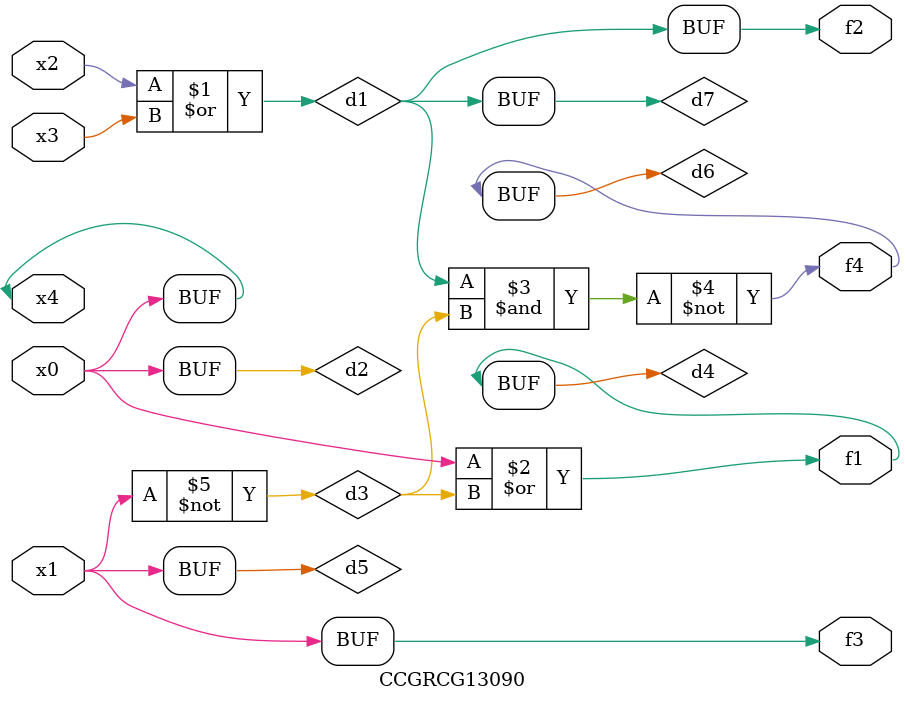
<source format=v>
module CCGRCG13090(
	input x0, x1, x2, x3, x4,
	output f1, f2, f3, f4
);

	wire d1, d2, d3, d4, d5, d6, d7;

	or (d1, x2, x3);
	buf (d2, x0, x4);
	not (d3, x1);
	or (d4, d2, d3);
	not (d5, d3);
	nand (d6, d1, d3);
	or (d7, d1);
	assign f1 = d4;
	assign f2 = d7;
	assign f3 = d5;
	assign f4 = d6;
endmodule

</source>
